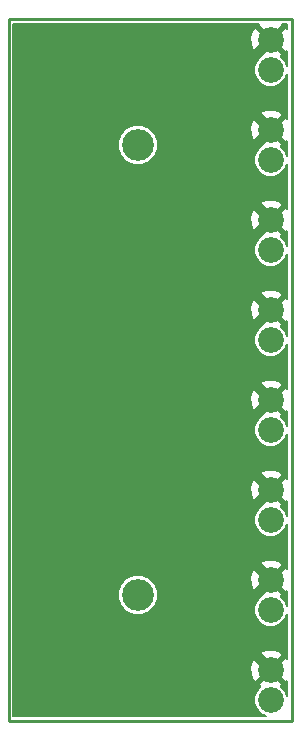
<source format=gbl>
G04 #@! TF.FileFunction,Copper,L2,Bot,Signal*
%FSLAX46Y46*%
G04 Gerber Fmt 4.6, Leading zero omitted, Abs format (unit mm)*
G04 Created by KiCad (PCBNEW 0.201504221001+5618~22~ubuntu14.04.1-product) date Thu 30 Apr 2015 05:03:49 PM EDT*
%MOMM*%
G01*
G04 APERTURE LIST*
%ADD10C,0.100000*%
%ADD11C,0.228600*%
%ADD12C,2.184400*%
%ADD13C,2.692400*%
%ADD14C,0.889000*%
%ADD15C,0.812800*%
%ADD16C,0.203200*%
G04 APERTURE END LIST*
D10*
D11*
X25400000Y-84836000D02*
X49364900Y-84836000D01*
X49364900Y-25400000D02*
X49364900Y-84836000D01*
X25400000Y-25400000D02*
X25400000Y-84836000D01*
X25400000Y-25400000D02*
X49364900Y-25400000D01*
D12*
X47586900Y-80518000D03*
X47586900Y-83058000D03*
X47586900Y-72898000D03*
X47586900Y-75438000D03*
X47586900Y-65278000D03*
X47586900Y-67818000D03*
X47586900Y-57658000D03*
X47586900Y-60198000D03*
X47586900Y-50038000D03*
X47586900Y-52578000D03*
X47586900Y-42418000D03*
X47586900Y-44958000D03*
X47586900Y-34798000D03*
X47586900Y-37338000D03*
X47586900Y-27178000D03*
X47586900Y-29718000D03*
D13*
X36334700Y-74168000D03*
X36334700Y-36068000D03*
D14*
X31750000Y-61340800D03*
D15*
X45834000Y-74650900D02*
X47586900Y-72898000D01*
X45834000Y-78765100D02*
X45834000Y-74650900D01*
X47586900Y-80518000D02*
X45834000Y-78765100D01*
X45833900Y-71145000D02*
X47586900Y-72898000D01*
X45833900Y-67031000D02*
X45833900Y-71145000D01*
X47586900Y-65278000D02*
X45833900Y-67031000D01*
X31750000Y-61340800D02*
X45833900Y-61340800D01*
X45833900Y-63525000D02*
X45833900Y-61340800D01*
X47586900Y-65278000D02*
X45833900Y-63525000D01*
X45833900Y-59411000D02*
X47586900Y-57658000D01*
X45833900Y-61340800D02*
X45833900Y-59411000D01*
X45833900Y-51791000D02*
X47586900Y-50038000D01*
X45833900Y-55905000D02*
X45833900Y-51791000D01*
X47586900Y-57658000D02*
X45833900Y-55905000D01*
X45833900Y-44171000D02*
X47586900Y-42418000D01*
X45833900Y-48285000D02*
X45833900Y-44171000D01*
X47586900Y-50038000D02*
X45833900Y-48285000D01*
X45833900Y-33045000D02*
X47586900Y-34798000D01*
X45833900Y-28931000D02*
X45833900Y-33045000D01*
X47586900Y-27178000D02*
X45833900Y-28931000D01*
X45833900Y-36551000D02*
X47586900Y-34798000D01*
X45833900Y-40665000D02*
X45833900Y-36551000D01*
X47586900Y-42418000D02*
X45833900Y-40665000D01*
D16*
G36*
X48945800Y-82688544D02*
X48771910Y-82267697D01*
X48488842Y-81984135D01*
X48593103Y-81739729D01*
X47586900Y-80733526D01*
X47371374Y-80949052D01*
X47371374Y-80518000D01*
X46365171Y-79511797D01*
X46098990Y-79625346D01*
X45870646Y-80262694D01*
X45903587Y-80938910D01*
X46098990Y-81410654D01*
X46365171Y-81524203D01*
X47371374Y-80518000D01*
X47371374Y-80949052D01*
X46580697Y-81739729D01*
X46685046Y-81984345D01*
X46403271Y-82265630D01*
X46190143Y-82778900D01*
X46189658Y-83334661D01*
X46401890Y-83848303D01*
X46794530Y-84241629D01*
X47216630Y-84416900D01*
X38036795Y-84416900D01*
X38036795Y-73830976D01*
X38036795Y-35730976D01*
X37778257Y-35105267D01*
X37299951Y-34626126D01*
X36674694Y-34366496D01*
X35997676Y-34365905D01*
X35371967Y-34624443D01*
X34892826Y-35102749D01*
X34633196Y-35728006D01*
X34632605Y-36405024D01*
X34891143Y-37030733D01*
X35369449Y-37509874D01*
X35994706Y-37769504D01*
X36671724Y-37770095D01*
X37297433Y-37511557D01*
X37776574Y-37033251D01*
X38036204Y-36407994D01*
X38036795Y-35730976D01*
X38036795Y-73830976D01*
X37778257Y-73205267D01*
X37299951Y-72726126D01*
X36674694Y-72466496D01*
X35997676Y-72465905D01*
X35371967Y-72724443D01*
X34892826Y-73202749D01*
X34633196Y-73828006D01*
X34632605Y-74505024D01*
X34891143Y-75130733D01*
X35369449Y-75609874D01*
X35994706Y-75869504D01*
X36671724Y-75870095D01*
X37297433Y-75611557D01*
X37776574Y-75133251D01*
X38036204Y-74507994D01*
X38036795Y-73830976D01*
X38036795Y-84416900D01*
X25819100Y-84416900D01*
X25819100Y-25819100D01*
X46639212Y-25819100D01*
X46580697Y-25956271D01*
X47586900Y-26962474D01*
X48593103Y-25956271D01*
X48534587Y-25819100D01*
X48945800Y-25819100D01*
X48945800Y-26230312D01*
X48808629Y-26171797D01*
X47802426Y-27178000D01*
X48808629Y-28184203D01*
X48945800Y-28125687D01*
X48945800Y-29348544D01*
X48771910Y-28927697D01*
X48488842Y-28644135D01*
X48593103Y-28399729D01*
X47586900Y-27393526D01*
X47371374Y-27609052D01*
X47371374Y-27178000D01*
X46365171Y-26171797D01*
X46098990Y-26285346D01*
X45870646Y-26922694D01*
X45903587Y-27598910D01*
X46098990Y-28070654D01*
X46365171Y-28184203D01*
X47371374Y-27178000D01*
X47371374Y-27609052D01*
X46580697Y-28399729D01*
X46685046Y-28644345D01*
X46403271Y-28925630D01*
X46190143Y-29438900D01*
X46189658Y-29994661D01*
X46401890Y-30508303D01*
X46794530Y-30901629D01*
X47307800Y-31114757D01*
X47863561Y-31115242D01*
X48377203Y-30903010D01*
X48770529Y-30510370D01*
X48945800Y-30088269D01*
X48945800Y-33850312D01*
X48808629Y-33791797D01*
X48593103Y-34007323D01*
X48593103Y-33576271D01*
X48479554Y-33310090D01*
X47842206Y-33081746D01*
X47165990Y-33114687D01*
X46694246Y-33310090D01*
X46580697Y-33576271D01*
X47586900Y-34582474D01*
X48593103Y-33576271D01*
X48593103Y-34007323D01*
X47802426Y-34798000D01*
X48808629Y-35804203D01*
X48945800Y-35745687D01*
X48945800Y-36968544D01*
X48771910Y-36547697D01*
X48488842Y-36264135D01*
X48593103Y-36019729D01*
X47586900Y-35013526D01*
X47371374Y-35229052D01*
X47371374Y-34798000D01*
X46365171Y-33791797D01*
X46098990Y-33905346D01*
X45870646Y-34542694D01*
X45903587Y-35218910D01*
X46098990Y-35690654D01*
X46365171Y-35804203D01*
X47371374Y-34798000D01*
X47371374Y-35229052D01*
X46580697Y-36019729D01*
X46685046Y-36264345D01*
X46403271Y-36545630D01*
X46190143Y-37058900D01*
X46189658Y-37614661D01*
X46401890Y-38128303D01*
X46794530Y-38521629D01*
X47307800Y-38734757D01*
X47863561Y-38735242D01*
X48377203Y-38523010D01*
X48770529Y-38130370D01*
X48945800Y-37708269D01*
X48945800Y-41470312D01*
X48808629Y-41411797D01*
X48593103Y-41627323D01*
X48593103Y-41196271D01*
X48479554Y-40930090D01*
X47842206Y-40701746D01*
X47165990Y-40734687D01*
X46694246Y-40930090D01*
X46580697Y-41196271D01*
X47586900Y-42202474D01*
X48593103Y-41196271D01*
X48593103Y-41627323D01*
X47802426Y-42418000D01*
X48808629Y-43424203D01*
X48945800Y-43365687D01*
X48945800Y-44588544D01*
X48771910Y-44167697D01*
X48488842Y-43884135D01*
X48593103Y-43639729D01*
X47586900Y-42633526D01*
X47371374Y-42849052D01*
X47371374Y-42418000D01*
X46365171Y-41411797D01*
X46098990Y-41525346D01*
X45870646Y-42162694D01*
X45903587Y-42838910D01*
X46098990Y-43310654D01*
X46365171Y-43424203D01*
X47371374Y-42418000D01*
X47371374Y-42849052D01*
X46580697Y-43639729D01*
X46685046Y-43884345D01*
X46403271Y-44165630D01*
X46190143Y-44678900D01*
X46189658Y-45234661D01*
X46401890Y-45748303D01*
X46794530Y-46141629D01*
X47307800Y-46354757D01*
X47863561Y-46355242D01*
X48377203Y-46143010D01*
X48770529Y-45750370D01*
X48945800Y-45328269D01*
X48945800Y-49090312D01*
X48808629Y-49031797D01*
X48593103Y-49247323D01*
X48593103Y-48816271D01*
X48479554Y-48550090D01*
X47842206Y-48321746D01*
X47165990Y-48354687D01*
X46694246Y-48550090D01*
X46580697Y-48816271D01*
X47586900Y-49822474D01*
X48593103Y-48816271D01*
X48593103Y-49247323D01*
X47802426Y-50038000D01*
X48808629Y-51044203D01*
X48945800Y-50985687D01*
X48945800Y-52208544D01*
X48771910Y-51787697D01*
X48488842Y-51504135D01*
X48593103Y-51259729D01*
X47586900Y-50253526D01*
X47371374Y-50469052D01*
X47371374Y-50038000D01*
X46365171Y-49031797D01*
X46098990Y-49145346D01*
X45870646Y-49782694D01*
X45903587Y-50458910D01*
X46098990Y-50930654D01*
X46365171Y-51044203D01*
X47371374Y-50038000D01*
X47371374Y-50469052D01*
X46580697Y-51259729D01*
X46685046Y-51504345D01*
X46403271Y-51785630D01*
X46190143Y-52298900D01*
X46189658Y-52854661D01*
X46401890Y-53368303D01*
X46794530Y-53761629D01*
X47307800Y-53974757D01*
X47863561Y-53975242D01*
X48377203Y-53763010D01*
X48770529Y-53370370D01*
X48945800Y-52948269D01*
X48945800Y-56710312D01*
X48808629Y-56651797D01*
X48593103Y-56867323D01*
X48593103Y-56436271D01*
X48479554Y-56170090D01*
X47842206Y-55941746D01*
X47165990Y-55974687D01*
X46694246Y-56170090D01*
X46580697Y-56436271D01*
X47586900Y-57442474D01*
X48593103Y-56436271D01*
X48593103Y-56867323D01*
X47802426Y-57658000D01*
X48808629Y-58664203D01*
X48945800Y-58605687D01*
X48945800Y-59828544D01*
X48771910Y-59407697D01*
X48488842Y-59124135D01*
X48593103Y-58879729D01*
X47586900Y-57873526D01*
X47371374Y-58089052D01*
X47371374Y-57658000D01*
X46365171Y-56651797D01*
X46098990Y-56765346D01*
X45870646Y-57402694D01*
X45903587Y-58078910D01*
X46098990Y-58550654D01*
X46365171Y-58664203D01*
X47371374Y-57658000D01*
X47371374Y-58089052D01*
X46580697Y-58879729D01*
X46685046Y-59124345D01*
X46403271Y-59405630D01*
X46190143Y-59918900D01*
X46189658Y-60474661D01*
X46401890Y-60988303D01*
X46794530Y-61381629D01*
X47307800Y-61594757D01*
X47863561Y-61595242D01*
X48377203Y-61383010D01*
X48770529Y-60990370D01*
X48945800Y-60568269D01*
X48945800Y-64330312D01*
X48808629Y-64271797D01*
X48593103Y-64487323D01*
X48593103Y-64056271D01*
X48479554Y-63790090D01*
X47842206Y-63561746D01*
X47165990Y-63594687D01*
X46694246Y-63790090D01*
X46580697Y-64056271D01*
X47586900Y-65062474D01*
X48593103Y-64056271D01*
X48593103Y-64487323D01*
X47802426Y-65278000D01*
X48808629Y-66284203D01*
X48945800Y-66225687D01*
X48945800Y-67448544D01*
X48771910Y-67027697D01*
X48488842Y-66744135D01*
X48593103Y-66499729D01*
X47586900Y-65493526D01*
X47371374Y-65709052D01*
X47371374Y-65278000D01*
X46365171Y-64271797D01*
X46098990Y-64385346D01*
X45870646Y-65022694D01*
X45903587Y-65698910D01*
X46098990Y-66170654D01*
X46365171Y-66284203D01*
X47371374Y-65278000D01*
X47371374Y-65709052D01*
X46580697Y-66499729D01*
X46685046Y-66744345D01*
X46403271Y-67025630D01*
X46190143Y-67538900D01*
X46189658Y-68094661D01*
X46401890Y-68608303D01*
X46794530Y-69001629D01*
X47307800Y-69214757D01*
X47863561Y-69215242D01*
X48377203Y-69003010D01*
X48770529Y-68610370D01*
X48945800Y-68188269D01*
X48945800Y-71950312D01*
X48808629Y-71891797D01*
X48593103Y-72107323D01*
X48593103Y-71676271D01*
X48479554Y-71410090D01*
X47842206Y-71181746D01*
X47165990Y-71214687D01*
X46694246Y-71410090D01*
X46580697Y-71676271D01*
X47586900Y-72682474D01*
X48593103Y-71676271D01*
X48593103Y-72107323D01*
X47802426Y-72898000D01*
X48808629Y-73904203D01*
X48945800Y-73845687D01*
X48945800Y-75068544D01*
X48771910Y-74647697D01*
X48488842Y-74364135D01*
X48593103Y-74119729D01*
X47586900Y-73113526D01*
X47371374Y-73329052D01*
X47371374Y-72898000D01*
X46365171Y-71891797D01*
X46098990Y-72005346D01*
X45870646Y-72642694D01*
X45903587Y-73318910D01*
X46098990Y-73790654D01*
X46365171Y-73904203D01*
X47371374Y-72898000D01*
X47371374Y-73329052D01*
X46580697Y-74119729D01*
X46685046Y-74364345D01*
X46403271Y-74645630D01*
X46190143Y-75158900D01*
X46189658Y-75714661D01*
X46401890Y-76228303D01*
X46794530Y-76621629D01*
X47307800Y-76834757D01*
X47863561Y-76835242D01*
X48377203Y-76623010D01*
X48770529Y-76230370D01*
X48945800Y-75808269D01*
X48945800Y-79570312D01*
X48808629Y-79511797D01*
X48593103Y-79727323D01*
X48593103Y-79296271D01*
X48479554Y-79030090D01*
X47842206Y-78801746D01*
X47165990Y-78834687D01*
X46694246Y-79030090D01*
X46580697Y-79296271D01*
X47586900Y-80302474D01*
X48593103Y-79296271D01*
X48593103Y-79727323D01*
X47802426Y-80518000D01*
X48808629Y-81524203D01*
X48945800Y-81465687D01*
X48945800Y-82688544D01*
X48945800Y-82688544D01*
G37*
X48945800Y-82688544D02*
X48771910Y-82267697D01*
X48488842Y-81984135D01*
X48593103Y-81739729D01*
X47586900Y-80733526D01*
X47371374Y-80949052D01*
X47371374Y-80518000D01*
X46365171Y-79511797D01*
X46098990Y-79625346D01*
X45870646Y-80262694D01*
X45903587Y-80938910D01*
X46098990Y-81410654D01*
X46365171Y-81524203D01*
X47371374Y-80518000D01*
X47371374Y-80949052D01*
X46580697Y-81739729D01*
X46685046Y-81984345D01*
X46403271Y-82265630D01*
X46190143Y-82778900D01*
X46189658Y-83334661D01*
X46401890Y-83848303D01*
X46794530Y-84241629D01*
X47216630Y-84416900D01*
X38036795Y-84416900D01*
X38036795Y-73830976D01*
X38036795Y-35730976D01*
X37778257Y-35105267D01*
X37299951Y-34626126D01*
X36674694Y-34366496D01*
X35997676Y-34365905D01*
X35371967Y-34624443D01*
X34892826Y-35102749D01*
X34633196Y-35728006D01*
X34632605Y-36405024D01*
X34891143Y-37030733D01*
X35369449Y-37509874D01*
X35994706Y-37769504D01*
X36671724Y-37770095D01*
X37297433Y-37511557D01*
X37776574Y-37033251D01*
X38036204Y-36407994D01*
X38036795Y-35730976D01*
X38036795Y-73830976D01*
X37778257Y-73205267D01*
X37299951Y-72726126D01*
X36674694Y-72466496D01*
X35997676Y-72465905D01*
X35371967Y-72724443D01*
X34892826Y-73202749D01*
X34633196Y-73828006D01*
X34632605Y-74505024D01*
X34891143Y-75130733D01*
X35369449Y-75609874D01*
X35994706Y-75869504D01*
X36671724Y-75870095D01*
X37297433Y-75611557D01*
X37776574Y-75133251D01*
X38036204Y-74507994D01*
X38036795Y-73830976D01*
X38036795Y-84416900D01*
X25819100Y-84416900D01*
X25819100Y-25819100D01*
X46639212Y-25819100D01*
X46580697Y-25956271D01*
X47586900Y-26962474D01*
X48593103Y-25956271D01*
X48534587Y-25819100D01*
X48945800Y-25819100D01*
X48945800Y-26230312D01*
X48808629Y-26171797D01*
X47802426Y-27178000D01*
X48808629Y-28184203D01*
X48945800Y-28125687D01*
X48945800Y-29348544D01*
X48771910Y-28927697D01*
X48488842Y-28644135D01*
X48593103Y-28399729D01*
X47586900Y-27393526D01*
X47371374Y-27609052D01*
X47371374Y-27178000D01*
X46365171Y-26171797D01*
X46098990Y-26285346D01*
X45870646Y-26922694D01*
X45903587Y-27598910D01*
X46098990Y-28070654D01*
X46365171Y-28184203D01*
X47371374Y-27178000D01*
X47371374Y-27609052D01*
X46580697Y-28399729D01*
X46685046Y-28644345D01*
X46403271Y-28925630D01*
X46190143Y-29438900D01*
X46189658Y-29994661D01*
X46401890Y-30508303D01*
X46794530Y-30901629D01*
X47307800Y-31114757D01*
X47863561Y-31115242D01*
X48377203Y-30903010D01*
X48770529Y-30510370D01*
X48945800Y-30088269D01*
X48945800Y-33850312D01*
X48808629Y-33791797D01*
X48593103Y-34007323D01*
X48593103Y-33576271D01*
X48479554Y-33310090D01*
X47842206Y-33081746D01*
X47165990Y-33114687D01*
X46694246Y-33310090D01*
X46580697Y-33576271D01*
X47586900Y-34582474D01*
X48593103Y-33576271D01*
X48593103Y-34007323D01*
X47802426Y-34798000D01*
X48808629Y-35804203D01*
X48945800Y-35745687D01*
X48945800Y-36968544D01*
X48771910Y-36547697D01*
X48488842Y-36264135D01*
X48593103Y-36019729D01*
X47586900Y-35013526D01*
X47371374Y-35229052D01*
X47371374Y-34798000D01*
X46365171Y-33791797D01*
X46098990Y-33905346D01*
X45870646Y-34542694D01*
X45903587Y-35218910D01*
X46098990Y-35690654D01*
X46365171Y-35804203D01*
X47371374Y-34798000D01*
X47371374Y-35229052D01*
X46580697Y-36019729D01*
X46685046Y-36264345D01*
X46403271Y-36545630D01*
X46190143Y-37058900D01*
X46189658Y-37614661D01*
X46401890Y-38128303D01*
X46794530Y-38521629D01*
X47307800Y-38734757D01*
X47863561Y-38735242D01*
X48377203Y-38523010D01*
X48770529Y-38130370D01*
X48945800Y-37708269D01*
X48945800Y-41470312D01*
X48808629Y-41411797D01*
X48593103Y-41627323D01*
X48593103Y-41196271D01*
X48479554Y-40930090D01*
X47842206Y-40701746D01*
X47165990Y-40734687D01*
X46694246Y-40930090D01*
X46580697Y-41196271D01*
X47586900Y-42202474D01*
X48593103Y-41196271D01*
X48593103Y-41627323D01*
X47802426Y-42418000D01*
X48808629Y-43424203D01*
X48945800Y-43365687D01*
X48945800Y-44588544D01*
X48771910Y-44167697D01*
X48488842Y-43884135D01*
X48593103Y-43639729D01*
X47586900Y-42633526D01*
X47371374Y-42849052D01*
X47371374Y-42418000D01*
X46365171Y-41411797D01*
X46098990Y-41525346D01*
X45870646Y-42162694D01*
X45903587Y-42838910D01*
X46098990Y-43310654D01*
X46365171Y-43424203D01*
X47371374Y-42418000D01*
X47371374Y-42849052D01*
X46580697Y-43639729D01*
X46685046Y-43884345D01*
X46403271Y-44165630D01*
X46190143Y-44678900D01*
X46189658Y-45234661D01*
X46401890Y-45748303D01*
X46794530Y-46141629D01*
X47307800Y-46354757D01*
X47863561Y-46355242D01*
X48377203Y-46143010D01*
X48770529Y-45750370D01*
X48945800Y-45328269D01*
X48945800Y-49090312D01*
X48808629Y-49031797D01*
X48593103Y-49247323D01*
X48593103Y-48816271D01*
X48479554Y-48550090D01*
X47842206Y-48321746D01*
X47165990Y-48354687D01*
X46694246Y-48550090D01*
X46580697Y-48816271D01*
X47586900Y-49822474D01*
X48593103Y-48816271D01*
X48593103Y-49247323D01*
X47802426Y-50038000D01*
X48808629Y-51044203D01*
X48945800Y-50985687D01*
X48945800Y-52208544D01*
X48771910Y-51787697D01*
X48488842Y-51504135D01*
X48593103Y-51259729D01*
X47586900Y-50253526D01*
X47371374Y-50469052D01*
X47371374Y-50038000D01*
X46365171Y-49031797D01*
X46098990Y-49145346D01*
X45870646Y-49782694D01*
X45903587Y-50458910D01*
X46098990Y-50930654D01*
X46365171Y-51044203D01*
X47371374Y-50038000D01*
X47371374Y-50469052D01*
X46580697Y-51259729D01*
X46685046Y-51504345D01*
X46403271Y-51785630D01*
X46190143Y-52298900D01*
X46189658Y-52854661D01*
X46401890Y-53368303D01*
X46794530Y-53761629D01*
X47307800Y-53974757D01*
X47863561Y-53975242D01*
X48377203Y-53763010D01*
X48770529Y-53370370D01*
X48945800Y-52948269D01*
X48945800Y-56710312D01*
X48808629Y-56651797D01*
X48593103Y-56867323D01*
X48593103Y-56436271D01*
X48479554Y-56170090D01*
X47842206Y-55941746D01*
X47165990Y-55974687D01*
X46694246Y-56170090D01*
X46580697Y-56436271D01*
X47586900Y-57442474D01*
X48593103Y-56436271D01*
X48593103Y-56867323D01*
X47802426Y-57658000D01*
X48808629Y-58664203D01*
X48945800Y-58605687D01*
X48945800Y-59828544D01*
X48771910Y-59407697D01*
X48488842Y-59124135D01*
X48593103Y-58879729D01*
X47586900Y-57873526D01*
X47371374Y-58089052D01*
X47371374Y-57658000D01*
X46365171Y-56651797D01*
X46098990Y-56765346D01*
X45870646Y-57402694D01*
X45903587Y-58078910D01*
X46098990Y-58550654D01*
X46365171Y-58664203D01*
X47371374Y-57658000D01*
X47371374Y-58089052D01*
X46580697Y-58879729D01*
X46685046Y-59124345D01*
X46403271Y-59405630D01*
X46190143Y-59918900D01*
X46189658Y-60474661D01*
X46401890Y-60988303D01*
X46794530Y-61381629D01*
X47307800Y-61594757D01*
X47863561Y-61595242D01*
X48377203Y-61383010D01*
X48770529Y-60990370D01*
X48945800Y-60568269D01*
X48945800Y-64330312D01*
X48808629Y-64271797D01*
X48593103Y-64487323D01*
X48593103Y-64056271D01*
X48479554Y-63790090D01*
X47842206Y-63561746D01*
X47165990Y-63594687D01*
X46694246Y-63790090D01*
X46580697Y-64056271D01*
X47586900Y-65062474D01*
X48593103Y-64056271D01*
X48593103Y-64487323D01*
X47802426Y-65278000D01*
X48808629Y-66284203D01*
X48945800Y-66225687D01*
X48945800Y-67448544D01*
X48771910Y-67027697D01*
X48488842Y-66744135D01*
X48593103Y-66499729D01*
X47586900Y-65493526D01*
X47371374Y-65709052D01*
X47371374Y-65278000D01*
X46365171Y-64271797D01*
X46098990Y-64385346D01*
X45870646Y-65022694D01*
X45903587Y-65698910D01*
X46098990Y-66170654D01*
X46365171Y-66284203D01*
X47371374Y-65278000D01*
X47371374Y-65709052D01*
X46580697Y-66499729D01*
X46685046Y-66744345D01*
X46403271Y-67025630D01*
X46190143Y-67538900D01*
X46189658Y-68094661D01*
X46401890Y-68608303D01*
X46794530Y-69001629D01*
X47307800Y-69214757D01*
X47863561Y-69215242D01*
X48377203Y-69003010D01*
X48770529Y-68610370D01*
X48945800Y-68188269D01*
X48945800Y-71950312D01*
X48808629Y-71891797D01*
X48593103Y-72107323D01*
X48593103Y-71676271D01*
X48479554Y-71410090D01*
X47842206Y-71181746D01*
X47165990Y-71214687D01*
X46694246Y-71410090D01*
X46580697Y-71676271D01*
X47586900Y-72682474D01*
X48593103Y-71676271D01*
X48593103Y-72107323D01*
X47802426Y-72898000D01*
X48808629Y-73904203D01*
X48945800Y-73845687D01*
X48945800Y-75068544D01*
X48771910Y-74647697D01*
X48488842Y-74364135D01*
X48593103Y-74119729D01*
X47586900Y-73113526D01*
X47371374Y-73329052D01*
X47371374Y-72898000D01*
X46365171Y-71891797D01*
X46098990Y-72005346D01*
X45870646Y-72642694D01*
X45903587Y-73318910D01*
X46098990Y-73790654D01*
X46365171Y-73904203D01*
X47371374Y-72898000D01*
X47371374Y-73329052D01*
X46580697Y-74119729D01*
X46685046Y-74364345D01*
X46403271Y-74645630D01*
X46190143Y-75158900D01*
X46189658Y-75714661D01*
X46401890Y-76228303D01*
X46794530Y-76621629D01*
X47307800Y-76834757D01*
X47863561Y-76835242D01*
X48377203Y-76623010D01*
X48770529Y-76230370D01*
X48945800Y-75808269D01*
X48945800Y-79570312D01*
X48808629Y-79511797D01*
X48593103Y-79727323D01*
X48593103Y-79296271D01*
X48479554Y-79030090D01*
X47842206Y-78801746D01*
X47165990Y-78834687D01*
X46694246Y-79030090D01*
X46580697Y-79296271D01*
X47586900Y-80302474D01*
X48593103Y-79296271D01*
X48593103Y-79727323D01*
X47802426Y-80518000D01*
X48808629Y-81524203D01*
X48945800Y-81465687D01*
X48945800Y-82688544D01*
M02*

</source>
